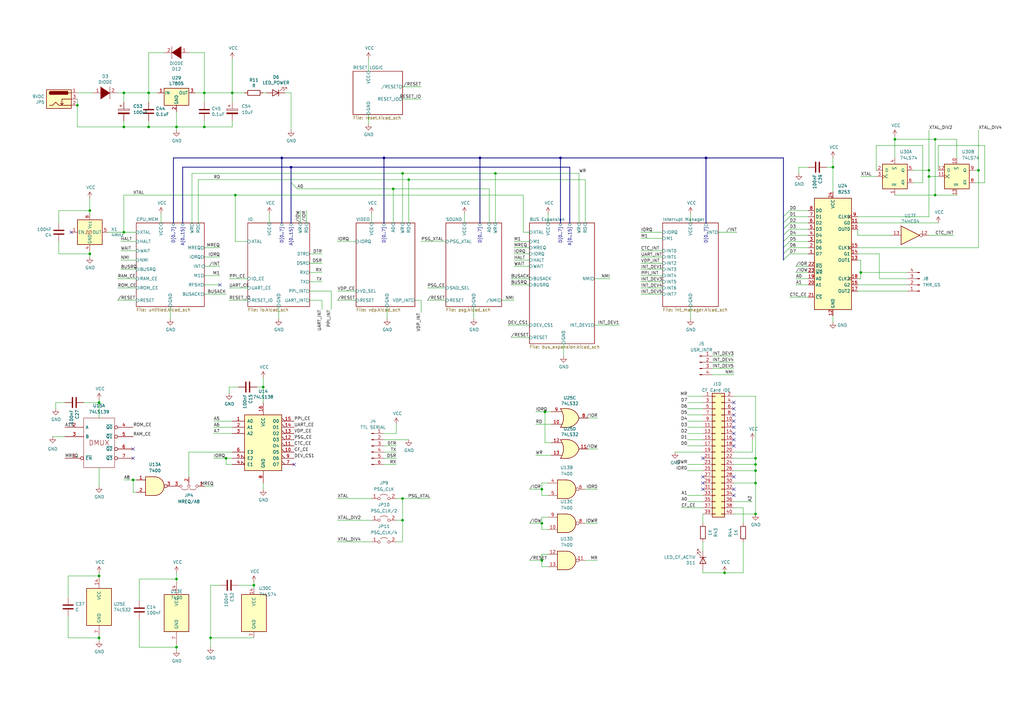
<source format=kicad_sch>
(kicad_sch (version 20211123) (generator eeschema)
  (paper "A3")
  (junction (at 309.88 198.12))
  (junction (at 309.88 193.04))
  (junction (at 367.03 57.15))
  (junction (at 223.52 168.91))
  (junction (at 165.1 213.36))
  (junction (at 60.96 52.07))
  (junction (at 381 69.85))
  (junction (at 83.82 52.07))
  (junction (at 383.54 57.15))
  (junction (at 161.29 77.47))
  (junction (at 86.36 261.62))
  (junction (at 229.87 64.77))
  (junction (at 83.82 38.1))
  (junction (at 40.64 236.22))
  (junction (at 297.18 234.95))
  (junction (at 95.25 38.1))
  (junction (at 36.83 104.14))
  (junction (at 54.61 196.85))
  (junction (at 341.63 68.58))
  (junction (at 60.96 38.1))
  (junction (at 72.39 52.07))
  (junction (at 165.1 71.12))
  (junction (at 107.95 158.75))
  (junction (at 50.8 38.1))
  (junction (at 203.2 71.12))
  (junction (at 115.57 64.77))
  (junction (at 383.54 80.01))
  (junction (at 119.38 68.58))
  (junction (at 222.25 200.66))
  (junction (at 31.75 43.18))
  (junction (at 401.32 69.85))
  (junction (at 36.83 86.36))
  (junction (at 72.39 237.49))
  (junction (at 40.64 165.1))
  (junction (at 196.85 64.77))
  (junction (at 72.39 265.43))
  (junction (at 50.8 52.07))
  (junction (at 309.88 187.96))
  (junction (at 381 72.39))
  (junction (at 104.14 240.03))
  (junction (at 309.88 190.5))
  (junction (at 222.25 214.63))
  (junction (at 289.56 64.77))
  (junction (at 222.25 229.87))
  (junction (at 92.71 187.96))
  (junction (at 167.64 73.66))
  (junction (at 353.06 111.76))
  (junction (at 50.8 95.25))
  (junction (at 157.48 64.77))
  (junction (at 165.1 204.47))
  (junction (at 309.88 210.82))
  (junction (at 96.52 80.01))
  (junction (at 40.64 261.62))
  (no_connect (at 288.29 198.12))
  (no_connect (at 300.99 177.8))
  (no_connect (at 120.65 190.5))
  (no_connect (at 300.99 170.18))
  (no_connect (at 288.29 187.96))
  (no_connect (at 300.99 165.1))
  (no_connect (at 300.99 195.58))
  (no_connect (at 300.99 172.72))
  (no_connect (at 54.61 184.15))
  (no_connect (at 54.61 187.96))
  (no_connect (at 90.17 116.84))
  (no_connect (at 300.99 182.88))
  (no_connect (at 300.99 180.34))
  (no_connect (at 288.29 195.58))
  (no_connect (at 300.99 200.66))
  (no_connect (at 300.99 175.26))
  (no_connect (at 300.99 167.64))
  (no_connect (at 288.29 200.66))
  (no_connect (at 300.99 203.2))
  (no_connect (at 29.21 95.25))
  (bus_entry (at 321.31 91.44) (size 2.54 -2.54))
  (bus_entry (at 321.31 93.98) (size 2.54 -2.54))
  (bus_entry (at 321.31 88.9) (size 2.54 -2.54))
  (bus_entry (at 321.31 101.6) (size 2.54 -2.54))
  (bus_entry (at 321.31 99.06) (size 2.54 -2.54))
  (bus_entry (at 321.31 96.52) (size 2.54 -2.54))
  (bus_entry (at 321.31 106.68) (size 2.54 -2.54))
  (bus_entry (at 321.31 104.14) (size 2.54 -2.54))
  (bus_entry (at 119.38 74.93) (size 2.54 2.54))
  (wire (pts (xy 326.39 116.84) (xy 331.47 116.84)))
  (wire (pts (xy 138.43 204.47) (xy 152.4 204.47)))
  (wire (pts (xy 190.5 87.63) (xy 190.5 91.44)))
  (bus (pts (xy 196.85 64.77) (xy 157.48 64.77)))
  (wire (pts (xy 92.71 187.96) (xy 95.25 187.96)))
  (wire (pts (xy 351.79 88.9) (xy 381 88.9)))
  (wire (pts (xy 367.03 80.01) (xy 383.54 80.01)))
  (wire (pts (xy 40.64 261.62) (xy 27.94 261.62)))
  (wire (pts (xy 262.89 105.41) (xy 271.78 105.41)))
  (wire (pts (xy 77.47 185.42) (xy 77.47 195.58)))
  (wire (pts (xy 50.8 38.1) (xy 50.8 41.91)))
  (wire (pts (xy 403.86 74.93) (xy 403.86 59.69)))
  (wire (pts (xy 60.96 52.07) (xy 72.39 52.07)))
  (wire (pts (xy 288.29 185.42) (xy 276.86 185.42)))
  (bus (pts (xy 321.31 93.98) (xy 321.31 96.52)))
  (wire (pts (xy 288.29 177.8) (xy 281.94 177.8)))
  (wire (pts (xy 243.84 133.35) (xy 254 133.35)))
  (wire (pts (xy 165.1 71.12) (xy 165.1 91.44)))
  (wire (pts (xy 24.13 86.36) (xy 24.13 91.44)))
  (wire (pts (xy 162.56 187.96) (xy 157.48 187.96)))
  (wire (pts (xy 93.98 114.3) (xy 101.6 114.3)))
  (wire (pts (xy 95.25 190.5) (xy 92.71 190.5)))
  (wire (pts (xy 132.08 123.19) (xy 132.08 127)))
  (wire (pts (xy 27.94 261.62) (xy 27.94 252.73)))
  (wire (pts (xy 93.98 158.75) (xy 97.79 158.75)))
  (wire (pts (xy 222.25 214.63) (xy 222.25 217.17)))
  (wire (pts (xy 27.94 245.11) (xy 27.94 236.22)))
  (wire (pts (xy 95.25 185.42) (xy 77.47 185.42)))
  (wire (pts (xy 36.83 86.36) (xy 36.83 87.63)))
  (wire (pts (xy 127 119.38) (xy 135.89 119.38)))
  (wire (pts (xy 22.86 167.64) (xy 22.86 165.1)))
  (wire (pts (xy 262.89 118.11) (xy 271.78 118.11)))
  (wire (pts (xy 60.96 49.53) (xy 60.96 52.07)))
  (wire (pts (xy 60.96 38.1) (xy 64.77 38.1)))
  (wire (pts (xy 200.66 77.47) (xy 200.66 91.44)))
  (wire (pts (xy 31.75 38.1) (xy 38.1 38.1)))
  (wire (pts (xy 351.79 93.98) (xy 351.79 96.52)))
  (wire (pts (xy 165.1 40.64) (xy 172.72 40.64)))
  (wire (pts (xy 135.89 119.38) (xy 135.89 127)))
  (wire (pts (xy 300.99 148.59) (xy 292.1 148.59)))
  (wire (pts (xy 309.88 162.56) (xy 300.99 162.56)))
  (wire (pts (xy 49.53 102.87) (xy 55.88 102.87)))
  (wire (pts (xy 288.29 205.74) (xy 281.94 205.74)))
  (wire (pts (xy 40.64 165.1) (xy 40.64 171.45)))
  (wire (pts (xy 119.38 38.1) (xy 116.84 38.1)))
  (wire (pts (xy 95.25 38.1) (xy 100.33 38.1)))
  (wire (pts (xy 351.79 96.52) (xy 365.76 96.52)))
  (wire (pts (xy 223.52 181.61) (xy 226.06 181.61)))
  (wire (pts (xy 125.73 86.36) (xy 125.73 91.44)))
  (wire (pts (xy 49.53 110.49) (xy 55.88 110.49)))
  (wire (pts (xy 87.63 177.8) (xy 95.25 177.8)))
  (wire (pts (xy 341.63 64.77) (xy 341.63 68.58)))
  (wire (pts (xy 401.32 69.85) (xy 401.32 101.6)))
  (wire (pts (xy 326.39 114.3) (xy 331.47 114.3)))
  (wire (pts (xy 162.56 204.47) (xy 165.1 204.47)))
  (wire (pts (xy 107.95 158.75) (xy 107.95 165.1)))
  (wire (pts (xy 83.82 120.65) (xy 92.71 120.65)))
  (wire (pts (xy 401.32 53.34) (xy 401.32 69.85)))
  (wire (pts (xy 95.25 24.13) (xy 95.25 38.1)))
  (wire (pts (xy 72.39 237.49) (xy 72.39 238.76)))
  (wire (pts (xy 36.83 104.14) (xy 36.83 105.41)))
  (bus (pts (xy 289.56 64.77) (xy 289.56 91.44)))
  (wire (pts (xy 339.09 68.58) (xy 341.63 68.58)))
  (wire (pts (xy 351.79 104.14) (xy 360.68 104.14)))
  (wire (pts (xy 381 69.85) (xy 381 72.39)))
  (bus (pts (xy 321.31 101.6) (xy 321.31 104.14)))
  (wire (pts (xy 300.99 153.67) (xy 292.1 153.67)))
  (wire (pts (xy 262.89 110.49) (xy 271.78 110.49)))
  (wire (pts (xy 152.4 87.63) (xy 152.4 91.44)))
  (bus (pts (xy 115.57 64.77) (xy 115.57 91.44)))
  (wire (pts (xy 57.15 265.43) (xy 72.39 265.43)))
  (wire (pts (xy 219.71 168.91) (xy 223.52 168.91)))
  (wire (pts (xy 57.15 254) (xy 57.15 265.43)))
  (wire (pts (xy 217.17 99.06) (xy 210.82 99.06)))
  (wire (pts (xy 288.29 214.63) (xy 288.29 210.82)))
  (bus (pts (xy 115.57 64.77) (xy 71.12 64.77)))
  (wire (pts (xy 240.03 200.66) (xy 245.11 200.66)))
  (wire (pts (xy 400.05 74.93) (xy 403.86 74.93)))
  (wire (pts (xy 40.64 163.83) (xy 40.64 165.1)))
  (wire (pts (xy 167.64 73.66) (xy 240.03 73.66)))
  (wire (pts (xy 105.41 158.75) (xy 107.95 158.75)))
  (wire (pts (xy 223.52 168.91) (xy 226.06 168.91)))
  (wire (pts (xy 31.75 43.18) (xy 31.75 52.07)))
  (wire (pts (xy 162.56 213.36) (xy 165.1 213.36)))
  (wire (pts (xy 96.52 99.06) (xy 101.6 99.06)))
  (bus (pts (xy 321.31 88.9) (xy 321.31 64.77)))
  (wire (pts (xy 127 104.14) (xy 132.08 104.14)))
  (wire (pts (xy 288.29 167.64) (xy 281.94 167.64)))
  (bus (pts (xy 196.85 91.44) (xy 196.85 64.77)))
  (wire (pts (xy 83.82 41.91) (xy 83.82 38.1)))
  (wire (pts (xy 243.84 114.3) (xy 250.19 114.3)))
  (bus (pts (xy 321.31 91.44) (xy 321.31 93.98)))
  (bus (pts (xy 119.38 68.58) (xy 233.68 68.58)))
  (wire (pts (xy 175.26 118.11) (xy 182.88 118.11)))
  (wire (pts (xy 392.43 57.15) (xy 392.43 64.77)))
  (wire (pts (xy 50.8 38.1) (xy 48.26 38.1)))
  (wire (pts (xy 34.29 165.1) (xy 40.64 165.1)))
  (wire (pts (xy 54.61 196.85) (xy 54.61 201.93)))
  (wire (pts (xy 351.79 91.44) (xy 384.81 91.44)))
  (wire (pts (xy 138.43 99.06) (xy 146.05 99.06)))
  (wire (pts (xy 222.25 198.12) (xy 222.25 200.66)))
  (wire (pts (xy 172.72 123.19) (xy 172.72 128.27)))
  (wire (pts (xy 97.79 240.03) (xy 104.14 240.03)))
  (wire (pts (xy 83.82 199.39) (xy 87.63 199.39)))
  (wire (pts (xy 240.03 229.87) (xy 245.11 229.87)))
  (wire (pts (xy 222.25 203.2) (xy 224.79 203.2)))
  (wire (pts (xy 24.13 104.14) (xy 36.83 104.14)))
  (wire (pts (xy 241.3 171.45) (xy 245.11 171.45)))
  (bus (pts (xy 74.93 68.58) (xy 119.38 68.58)))
  (wire (pts (xy 300.99 185.42) (xy 308.61 185.42)))
  (wire (pts (xy 262.89 102.87) (xy 271.78 102.87)))
  (wire (pts (xy 283.21 125.73) (xy 283.21 130.81)))
  (wire (pts (xy 217.17 101.6) (xy 210.82 101.6)))
  (wire (pts (xy 72.39 266.7) (xy 72.39 265.43)))
  (wire (pts (xy 224.79 198.12) (xy 222.25 198.12)))
  (wire (pts (xy 162.56 182.88) (xy 157.48 182.88)))
  (wire (pts (xy 327.66 68.58) (xy 327.66 71.12)))
  (wire (pts (xy 300.99 151.13) (xy 292.1 151.13)))
  (wire (pts (xy 93.98 123.19) (xy 101.6 123.19)))
  (wire (pts (xy 50.8 196.85) (xy 54.61 196.85)))
  (wire (pts (xy 127 115.57) (xy 132.08 115.57)))
  (wire (pts (xy 95.25 41.91) (xy 95.25 38.1)))
  (wire (pts (xy 114.3 125.73) (xy 114.3 130.81)))
  (wire (pts (xy 223.52 168.91) (xy 223.52 181.61)))
  (wire (pts (xy 323.85 101.6) (xy 331.47 101.6)))
  (wire (pts (xy 24.13 86.36) (xy 36.83 86.36)))
  (wire (pts (xy 381 88.9) (xy 381 72.39)))
  (wire (pts (xy 83.82 101.6) (xy 90.17 101.6)))
  (wire (pts (xy 240.03 214.63) (xy 245.11 214.63)))
  (wire (pts (xy 351.79 106.68) (xy 353.06 106.68)))
  (wire (pts (xy 351.79 101.6) (xy 401.32 101.6)))
  (wire (pts (xy 48.26 123.19) (xy 55.88 123.19)))
  (wire (pts (xy 367.03 57.15) (xy 383.54 57.15)))
  (wire (pts (xy 162.56 185.42) (xy 157.48 185.42)))
  (wire (pts (xy 323.85 93.98) (xy 331.47 93.98)))
  (wire (pts (xy 162.56 190.5) (xy 157.48 190.5)))
  (wire (pts (xy 161.29 77.47) (xy 200.66 77.47)))
  (wire (pts (xy 123.19 86.36) (xy 123.19 91.44)))
  (wire (pts (xy 262.89 115.57) (xy 271.78 115.57)))
  (wire (pts (xy 50.8 95.25) (xy 55.88 95.25)))
  (wire (pts (xy 309.88 193.04) (xy 309.88 190.5)))
  (wire (pts (xy 165.1 222.25) (xy 162.56 222.25)))
  (wire (pts (xy 367.03 55.88) (xy 367.03 57.15)))
  (wire (pts (xy 262.89 120.65) (xy 271.78 120.65)))
  (wire (pts (xy 77.47 21.59) (xy 83.82 21.59)))
  (wire (pts (xy 309.88 187.96) (xy 309.88 162.56)))
  (wire (pts (xy 294.64 95.25) (xy 302.26 95.25)))
  (wire (pts (xy 40.64 262.89) (xy 40.64 261.62)))
  (wire (pts (xy 262.89 97.79) (xy 271.78 97.79)))
  (wire (pts (xy 326.39 109.22) (xy 331.47 109.22)))
  (wire (pts (xy 288.29 170.18) (xy 281.94 170.18)))
  (wire (pts (xy 165.1 35.56) (xy 172.72 35.56)))
  (wire (pts (xy 203.2 71.12) (xy 237.49 71.12)))
  (wire (pts (xy 288.29 193.04) (xy 281.94 193.04)))
  (wire (pts (xy 341.63 132.08) (xy 341.63 129.54)))
  (wire (pts (xy 107.95 154.94) (xy 107.95 158.75)))
  (wire (pts (xy 104.14 238.76) (xy 104.14 240.03)))
  (wire (pts (xy 48.26 114.3) (xy 55.88 114.3)))
  (wire (pts (xy 96.52 80.01) (xy 214.63 80.01)))
  (wire (pts (xy 86.36 240.03) (xy 90.17 240.03)))
  (wire (pts (xy 383.54 57.15) (xy 392.43 57.15)))
  (wire (pts (xy 83.82 21.59) (xy 83.82 38.1)))
  (wire (pts (xy 54.61 196.85) (xy 55.88 196.85)))
  (wire (pts (xy 383.54 80.01) (xy 392.43 80.01)))
  (wire (pts (xy 297.18 234.95) (xy 304.8 234.95)))
  (wire (pts (xy 222.25 217.17) (xy 224.79 217.17)))
  (wire (pts (xy 138.43 222.25) (xy 152.4 222.25)))
  (wire (pts (xy 138.43 213.36) (xy 152.4 213.36)))
  (wire (pts (xy 214.63 80.01) (xy 214.63 95.25)))
  (wire (pts (xy 378.46 59.69) (xy 378.46 74.93)))
  (wire (pts (xy 351.79 119.38) (xy 372.11 119.38)))
  (wire (pts (xy 83.82 38.1) (xy 95.25 38.1)))
  (wire (pts (xy 96.52 80.01) (xy 96.52 99.06)))
  (wire (pts (xy 36.83 86.36) (xy 36.83 81.28)))
  (wire (pts (xy 36.83 102.87) (xy 36.83 104.14)))
  (bus (pts (xy 157.48 91.44) (xy 157.48 64.77)))
  (wire (pts (xy 209.55 116.84) (xy 217.17 116.84)))
  (wire (pts (xy 351.79 116.84) (xy 372.11 116.84)))
  (wire (pts (xy 203.2 71.12) (xy 203.2 91.44)))
  (wire (pts (xy 381 72.39) (xy 384.81 72.39)))
  (wire (pts (xy 31.75 52.07) (xy 50.8 52.07)))
  (wire (pts (xy 353.06 111.76) (xy 372.11 111.76)))
  (wire (pts (xy 304.8 208.28) (xy 304.8 214.63)))
  (wire (pts (xy 54.61 201.93) (xy 55.88 201.93)))
  (wire (pts (xy 138.43 119.38) (xy 146.05 119.38)))
  (wire (pts (xy 95.25 49.53) (xy 95.25 52.07)))
  (wire (pts (xy 224.79 87.63) (xy 224.79 91.44)))
  (wire (pts (xy 224.79 212.09) (xy 222.25 212.09)))
  (wire (pts (xy 403.86 59.69) (xy 384.81 59.69)))
  (wire (pts (xy 224.79 227.33) (xy 222.25 227.33)))
  (wire (pts (xy 60.96 38.1) (xy 50.8 38.1)))
  (wire (pts (xy 49.53 106.68) (xy 55.88 106.68)))
  (wire (pts (xy 50.8 49.53) (xy 50.8 52.07)))
  (wire (pts (xy 341.63 68.58) (xy 341.63 78.74)))
  (wire (pts (xy 210.82 104.14) (xy 217.17 104.14)))
  (wire (pts (xy 288.29 203.2) (xy 281.94 203.2)))
  (wire (pts (xy 81.28 73.66) (xy 81.28 91.44)))
  (wire (pts (xy 288.29 172.72) (xy 281.94 172.72)))
  (wire (pts (xy 300.99 210.82) (xy 309.88 210.82)))
  (wire (pts (xy 48.26 118.11) (xy 55.88 118.11)))
  (wire (pts (xy 31.75 40.64) (xy 31.75 43.18)))
  (wire (pts (xy 110.49 87.63) (xy 110.49 91.44)))
  (wire (pts (xy 157.48 180.34) (xy 167.64 180.34)))
  (wire (pts (xy 24.13 99.06) (xy 24.13 104.14)))
  (wire (pts (xy 300.99 205.74) (xy 308.61 205.74)))
  (wire (pts (xy 209.55 114.3) (xy 217.17 114.3)))
  (wire (pts (xy 240.03 73.66) (xy 240.03 91.44)))
  (wire (pts (xy 72.39 52.07) (xy 72.39 53.34)))
  (wire (pts (xy 44.45 95.25) (xy 50.8 95.25)))
  (wire (pts (xy 57.15 237.49) (xy 72.39 237.49)))
  (wire (pts (xy 50.8 52.07) (xy 60.96 52.07)))
  (wire (pts (xy 391.16 96.52) (xy 381 96.52)))
  (wire (pts (xy 359.41 59.69) (xy 378.46 59.69)))
  (wire (pts (xy 107.95 38.1) (xy 109.22 38.1)))
  (wire (pts (xy 172.72 99.06) (xy 182.88 99.06)))
  (wire (pts (xy 93.98 118.11) (xy 101.6 118.11)))
  (wire (pts (xy 87.63 172.72) (xy 95.25 172.72)))
  (wire (pts (xy 222.25 227.33) (xy 222.25 229.87)))
  (wire (pts (xy 40.64 236.22) (xy 40.64 234.95)))
  (wire (pts (xy 66.04 87.63) (xy 66.04 91.44)))
  (wire (pts (xy 288.29 208.28) (xy 279.4 208.28)))
  (wire (pts (xy 50.8 80.01) (xy 50.8 95.25)))
  (wire (pts (xy 300.99 198.12) (xy 309.88 198.12)))
  (wire (pts (xy 72.39 265.43) (xy 72.39 264.16)))
  (wire (pts (xy 165.1 204.47) (xy 165.1 213.36)))
  (wire (pts (xy 288.29 234.95) (xy 297.18 234.95)))
  (wire (pts (xy 49.53 99.06) (xy 55.88 99.06)))
  (bus (pts (xy 119.38 74.93) (xy 119.38 91.44)))
  (wire (pts (xy 167.64 73.66) (xy 167.64 91.44)))
  (wire (pts (xy 170.18 123.19) (xy 172.72 123.19)))
  (wire (pts (xy 87.63 175.26) (xy 95.25 175.26)))
  (bus (pts (xy 321.31 88.9) (xy 321.31 91.44)))
  (wire (pts (xy 95.25 52.07) (xy 83.82 52.07)))
  (bus (pts (xy 321.31 96.52) (xy 321.31 99.06)))
  (wire (pts (xy 138.43 123.19) (xy 146.05 123.19)))
  (wire (pts (xy 210.82 106.68) (xy 217.17 106.68)))
  (bus (pts (xy 289.56 64.77) (xy 321.31 64.77)))
  (wire (pts (xy 288.29 162.56) (xy 281.94 162.56)))
  (wire (pts (xy 353.06 106.68) (xy 353.06 111.76)))
  (wire (pts (xy 127 107.95) (xy 132.08 107.95)))
  (wire (pts (xy 72.39 234.95) (xy 72.39 237.49)))
  (wire (pts (xy 60.96 41.91) (xy 60.96 38.1)))
  (wire (pts (xy 60.96 21.59) (xy 60.96 38.1)))
  (wire (pts (xy 300.99 208.28) (xy 304.8 208.28)))
  (wire (pts (xy 151.13 46.99) (xy 151.13 50.8)))
  (wire (pts (xy 353.06 114.3) (xy 351.79 114.3)))
  (wire (pts (xy 69.85 125.73) (xy 69.85 130.81)))
  (wire (pts (xy 300.99 193.04) (xy 309.88 193.04)))
  (wire (pts (xy 205.74 123.19) (xy 210.82 123.19)))
  (wire (pts (xy 283.21 87.63) (xy 283.21 91.44)))
  (wire (pts (xy 323.85 91.44) (xy 331.47 91.44)))
  (wire (pts (xy 165.1 71.12) (xy 203.2 71.12)))
  (wire (pts (xy 359.41 69.85) (xy 359.41 59.69)))
  (wire (pts (xy 288.29 233.68) (xy 288.29 234.95)))
  (wire (pts (xy 323.85 99.06) (xy 331.47 99.06)))
  (bus (pts (xy 321.31 99.06) (xy 321.31 101.6)))
  (wire (pts (xy 217.17 200.66) (xy 222.25 200.66)))
  (wire (pts (xy 72.39 45.72) (xy 72.39 52.07)))
  (wire (pts (xy 80.01 38.1) (xy 83.82 38.1)))
  (wire (pts (xy 107.95 198.12) (xy 107.95 200.66)))
  (bus (pts (xy 233.68 68.58) (xy 233.68 91.44)))
  (wire (pts (xy 383.54 57.15) (xy 383.54 80.01)))
  (wire (pts (xy 300.99 187.96) (xy 309.88 187.96)))
  (wire (pts (xy 127 123.19) (xy 132.08 123.19)))
  (wire (pts (xy 323.85 121.92) (xy 331.47 121.92)))
  (wire (pts (xy 300.99 190.5) (xy 309.88 190.5)))
  (wire (pts (xy 308.61 185.42) (xy 308.61 180.34)))
  (wire (pts (xy 83.82 116.84) (xy 90.17 116.84)))
  (bus (pts (xy 157.48 64.77) (xy 115.57 64.77)))
  (wire (pts (xy 262.89 113.03) (xy 271.78 113.03)))
  (wire (pts (xy 378.46 74.93) (xy 374.65 74.93)))
  (wire (pts (xy 288.29 190.5) (xy 281.94 190.5)))
  (wire (pts (xy 78.74 71.12) (xy 165.1 71.12)))
  (wire (pts (xy 353.06 111.76) (xy 353.06 114.3)))
  (wire (pts (xy 158.75 125.73) (xy 158.75 130.81)))
  (wire (pts (xy 226.06 186.69) (xy 219.71 186.69)))
  (wire (pts (xy 165.1 213.36) (xy 165.1 222.25)))
  (wire (pts (xy 127 111.76) (xy 132.08 111.76)))
  (wire (pts (xy 288.29 165.1) (xy 281.94 165.1)))
  (bus (pts (xy 119.38 68.58) (xy 119.38 74.93)))
  (bus (pts (xy 229.87 64.77) (xy 229.87 91.44)))
  (wire (pts (xy 40.64 191.77) (xy 40.64 199.39)))
  (wire (pts (xy 300.99 146.05) (xy 292.1 146.05)))
  (wire (pts (xy 208.28 133.35) (xy 217.17 133.35)))
  (wire (pts (xy 121.92 77.47) (xy 161.29 77.47)))
  (wire (pts (xy 360.68 104.14) (xy 360.68 114.3)))
  (wire (pts (xy 288.29 175.26) (xy 281.94 175.26)))
  (wire (pts (xy 81.28 73.66) (xy 167.64 73.66)))
  (wire (pts (xy 87.63 187.96) (xy 92.71 187.96)))
  (wire (pts (xy 323.85 86.36) (xy 331.47 86.36)))
  (wire (pts (xy 83.82 52.07) (xy 72.39 52.07)))
  (wire (pts (xy 222.25 232.41) (xy 224.79 232.41)))
  (wire (pts (xy 222.25 229.87) (xy 222.25 232.41)))
  (wire (pts (xy 288.29 180.34) (xy 281.94 180.34)))
  (wire (pts (xy 83.82 49.53) (xy 83.82 52.07)))
  (wire (pts (xy 327.66 68.58) (xy 331.47 68.58)))
  (wire (pts (xy 119.38 53.34) (xy 119.38 38.1)))
  (wire (pts (xy 151.13 24.13) (xy 151.13 29.21)))
  (bus (pts (xy 74.93 91.44) (xy 74.93 68.58)))
  (wire (pts (xy 326.39 111.76) (xy 331.47 111.76)))
  (wire (pts (xy 222.25 212.09) (xy 222.25 214.63)))
  (wire (pts (xy 161.29 77.47) (xy 161.29 91.44)))
  (wire (pts (xy 78.74 91.44) (xy 78.74 71.12)))
  (wire (pts (xy 381 53.34) (xy 381 69.85)))
  (wire (pts (xy 57.15 246.38) (xy 57.15 237.49)))
  (wire (pts (xy 304.8 234.95) (xy 304.8 222.25)))
  (wire (pts (xy 83.82 105.41) (xy 90.17 105.41)))
  (wire (pts (xy 175.26 123.19) (xy 182.88 123.19)))
  (wire (pts (xy 323.85 104.14) (xy 331.47 104.14)))
  (wire (pts (xy 309.88 210.82) (xy 309.88 198.12)))
  (wire (pts (xy 21.59 179.07) (xy 26.67 179.07)))
  (bus (pts (xy 71.12 64.77) (xy 71.12 91.44)))
  (wire (pts (xy 92.71 190.5) (xy 92.71 187.96)))
  (wire (pts (xy 374.65 69.85) (xy 381 69.85)))
  (wire (pts (xy 309.88 198.12) (xy 309.88 193.04)))
  (wire (pts (xy 86.36 261.62) (xy 86.36 265.43)))
  (wire (pts (xy 96.52 80.01) (xy 50.8 80.01)))
  (wire (pts (xy 323.85 88.9) (xy 331.47 88.9)))
  (wire (pts (xy 165.1 204.47) (xy 176.53 204.47)))
  (wire (pts (xy 86.36 261.62) (xy 104.14 261.62)))
  (wire (pts (xy 210.82 109.22) (xy 217.17 109.22)))
  (wire (pts (xy 262.89 107.95) (xy 271.78 107.95)))
  (wire (pts (xy 241.3 184.15) (xy 245.11 184.15)))
  (wire (pts (xy 384.81 59.69) (xy 384.81 69.85)))
  (wire (pts (xy 401.32 69.85) (xy 400.05 69.85)))
  (wire (pts (xy 194.31 125.73) (xy 194.31 130.81)))
  (wire (pts (xy 288.29 222.25) (xy 288.29 226.06)))
  (wire (pts (xy 288.29 182.88) (xy 281.94 182.88)))
  (wire (pts (xy 217.17 229.87) (xy 222.25 229.87)))
  (bus (pts (xy 196.85 64.77) (xy 229.87 64.77)))
  (wire (pts (xy 22.86 165.1) (xy 26.67 165.1)))
  (bus (pts (xy 321.31 104.14) (xy 321.31 106.68)))
  (wire (pts (xy 27.94 236.22) (xy 40.64 236.22)))
  (wire (pts (xy 162.56 173.99) (xy 162.56 177.8)))
  (wire (pts (xy 353.06 72.39) (xy 359.41 72.39)))
  (wire (pts (xy 367.03 57.15) (xy 367.03 64.77)))
  (wire (pts (xy 67.31 21.59) (xy 60.96 21.59)))
  (wire (pts (xy 217.17 214.63) (xy 222.25 214.63)))
  (wire (pts (xy 237.49 71.12) (xy 237.49 91.44)))
  (wire (pts (xy 214.63 95.25) (xy 217.17 95.25)))
  (bus (pts (xy 229.87 64.77) (xy 289.56 64.77)))
  (wire (pts (xy 222.25 200.66) (xy 222.25 203.2)))
  (wire (pts (xy 83.82 113.03) (xy 90.17 113.03)))
  (wire (pts (xy 360.68 114.3) (xy 372.11 114.3)))
  (wire (pts (xy 309.88 190.5) (xy 309.88 187.96)))
  (wire (pts (xy 93.98 161.29) (xy 93.98 158.75)))
  (wire (pts (xy 209.55 138.43) (xy 217.17 138.43)))
  (wire (pts (xy 219.71 173.99) (xy 226.06 173.99)))
  (wire (pts (xy 104.14 240.03) (xy 104.14 241.3)))
  (wire (pts (xy 86.36 240.03) (xy 86.36 261.62)))
  (wire (pts (xy 83.82 109.22) (xy 90.17 109.22)))
  (wire (pts (xy 157.48 177.8) (xy 162.56 177.8)))
  (wire (pts (xy 231.14 140.97) (xy 231.14 146.05)))
  (wire (pts (xy 262.89 95.25) (xy 271.78 95.25)))
  (wire (pts (xy 323.85 96.52) (xy 331.47 96.52)))
  (label "CF_CE" (at 279.4 208.28 0))
  (label "A0" (at 281.94 205.74 180))
  (label "{slash}RESET" (at 175.26 123.19 0))
  (label "MREQ" (at 87.63 199.39 180))
  (label "D3" (at 323.85 93.98 0))
  (label "HALT" (at 210.82 106.68 0))
  (label "RAM_CE" (at 48.26 114.3 0))
  (label "PSG_XTAL" (at 172.72 99.06 0))
  (label "NMI" (at 250.19 114.3 180))
  (label "INT_DEV4" (at 262.89 118.11 0))
  (label "IORD" (at 281.94 193.04 180))
  (label "A15" (at 26.67 175.26 0))
  (label "D4" (at 323.85 96.52 0))
  (label "M1" (at 262.89 97.79 0))
  (label "CTC_CE" (at 120.65 182.88 0))
  (label "INT_DEV4" (at 300.99 148.59 180))
  (label "WR" (at 237.49 71.12 0))
  (label "DEV_CS1" (at 120.65 187.96 0))
  (label "PSG_XTAL" (at 176.53 204.47 180))
  (label "HALT" (at 49.53 99.06 0))
  (label "A5" (at 87.63 172.72 0))
  (label "MR" (at 245.11 229.87 180))
  (label "{slash}IOR" (at 326.39 109.22 0))
  (label "D5" (at 281.94 170.18 180))
  (label "D4" (at 281.94 172.72 180))
  (label "XTAL" (at 54.61 80.01 0))
  (label "UART_CE" (at 93.98 118.11 0))
  (label "IORQ" (at 219.71 168.91 0))
  (label "MREQ" (at 210.82 101.6 0))
  (label "BUSACK" (at 209.55 114.3 0))
  (label "INT_DEV1" (at 254 133.35 180))
  (label "D1" (at 323.85 88.9 0))
  (label "PSG_CE" (at 175.26 118.11 0))
  (label "RD" (at 87.63 73.66 0))
  (label "UART_INT" (at 132.08 127 270))
  (label "WAIT" (at 210.82 109.22 0))
  (label "WR" (at 219.71 186.69 0))
  (label "IOWR" (at 245.11 214.63 180))
  (label "RX" (at 162.56 190.5 180))
  (label "XTAL" (at 353.06 72.39 0))
  (label "M1" (at 90.17 113.03 180))
  (label "IOWR" (at 281.94 190.5 180))
  (label "PSG_CE" (at 120.65 180.34 0))
  (label "INT_DEV3" (at 300.99 146.05 180))
  (label "{slash}RESET" (at 209.55 138.43 0))
  (label "{slash}IOR" (at 217.17 200.66 0))
  (label "WAIT" (at 49.53 102.87 0))
  (label "RD" (at 219.71 173.99 0))
  (label "D2" (at 323.85 91.44 0))
  (label "RESET_IO" (at 172.72 40.64 180))
  (label "A0" (at 326.39 114.3 0))
  (label "CTC_CE" (at 323.85 121.92 0))
  (label "A7" (at 87.63 177.8 0))
  (label "{slash}IOW" (at 217.17 214.63 0))
  (label "D3" (at 281.94 175.26 180))
  (label "{slash}RESET" (at 138.43 123.19 0))
  (label "XTAL_DIV4" (at 401.32 53.34 0))
  (label "BUSRQ" (at 49.53 110.49 0))
  (label "TX" (at 132.08 115.57 180))
  (label "XTAL_DIV2" (at 138.43 213.36 0))
  (label "MR" (at 281.94 162.56 180))
  (label "XTAL" (at 138.43 204.47 0))
  (label "D6" (at 281.94 167.64 180))
  (label "DSR" (at 132.08 107.95 180))
  (label "INT_DEV5" (at 262.89 120.65 0))
  (label "IORQ" (at 138.43 99.06 0))
  (label "{slash}IOW" (at 245.11 184.15 180))
  (label "MREQ" (at 26.67 187.96 0))
  (label "VDP_INT" (at 262.89 107.95 0))
  (label "ROM_CE" (at 48.26 118.11 0))
  (label "DTR" (at 132.08 104.14 180))
  (label "DSR" (at 162.56 187.96 180))
  (label "PPI_INT" (at 262.89 113.03 0))
  (label "A6" (at 87.63 175.26 0))
  (label "D7" (at 281.94 165.1 180))
  (label "{slash}RESET" (at 172.72 35.56 180))
  (label "D0" (at 281.94 182.88 180))
  (label "{slash}RESET" (at 217.17 229.87 0))
  (label "XTAL_DIV2" (at 381 53.34 0))
  (label "D1" (at 281.94 180.34 180))
  (label "TX" (at 162.56 185.42 180))
  (label "A0" (at 121.92 77.47 0))
  (label "PPI_INT" (at 135.89 127 270))
  (label "{slash}INT" (at 302.26 95.25 180))
  (label "D7" (at 323.85 104.14 0))
  (label "{slash}IOR" (at 125.73 86.36 270))
  (label "RX" (at 132.08 111.76 180))
  (label "RAM_CE" (at 54.61 179.07 0))
  (label "{slash}RESET" (at 48.26 123.19 0))
  (label "IORQ" (at 210.82 104.14 0))
  (label "A1" (at 281.94 203.2 180))
  (label "D5" (at 323.85 99.06 0))
  (label "RESET_IO" (at 93.98 123.19 0))
  (label "INT_DEV3" (at 262.89 115.57 0))
  (label "BUSRQ" (at 209.55 116.84 0))
  (label "A8" (at 50.8 196.85 0))
  (label "NMI" (at 49.53 106.68 0))
  (label "PPI_CE" (at 93.98 114.3 0))
  (label "D6" (at 323.85 101.6 0))
  (label "VDP_INT" (at 172.72 128.27 270))
  (label "VDP_CE" (at 138.43 119.38 0))
  (label "PPI_CE" (at 120.65 172.72 0))
  (label "NMI" (at 300.99 153.67 180))
  (label "IORQ" (at 90.17 105.41 180))
  (label "D0" (at 323.85 86.36 0))
  (label "{slash}IOW" (at 123.19 86.36 270))
  (label "{slash}INT" (at 90.17 109.22 180))
  (label "UART_CE" (at 120.65 175.26 0))
  (label "DEV_CS1" (at 208.28 133.35 0))
  (label "IORQ" (at 262.89 95.25 0))
  (label "VDP_CE" (at 120.65 177.8 0))
  (label "CF_CE" (at 120.65 185.42 0))
  (label "A1" (at 326.39 116.84 0))
  (label "{slash}IOR" (at 245.11 171.45 180))
  (label "MREQ" (at 90.17 101.6 180))
  (label "M1" (at 210.82 99.06 0))
  (label "INT_DEV5" (at 300.99 151.13 180))
  (label "A2" (at 308.61 205.74 90))
  (label "BUSACK" (at 92.71 120.65 180))
  (label "INT_DEV1" (at 262.89 110.49 0))
  (label "IORQ" (at 87.63 187.96 0))
  (label "UART_INT" (at 262.89 105.41 0))
  (label "NMI" (at 210.82 123.19 180))
  (label "IORD" (at 245.11 200.66 180))
  (label "{slash}IOW" (at 326.39 111.76 0))
  (label "XTAL_DIV4" (at 138.43 222.25 0))
  (label "ROM_CE" (at 54.61 175.26 0))
  (label "DTR" (at 162.56 182.88 180))
  (label "D2" (at 281.94 177.8 180))
  (label "CTC_INT" (at 391.16 96.52 180))
  (label "CTC_INT" (at 262.89 102.87 0))
  (symbol (lib_id "power:VCC") (at 40.64 163.83 0) (unit 1)
    (property "Reference" "#PWR09" (effects hide))
    (property "Value" "VCC" (at 41.0718 159.4358 0))
  )
  (symbol (lib_id "Device:LED") (at 288.29 229.87 270) (unit 1)
    (property "Reference" "D11" (at 285.3182 230.8606 90) (effects (justify right)))
    (property "Value" "LED_CF_ACTIV" (at 285.3182 228.5492 90) (effects (justify right)))
    (property "Footprint" "LED_THT:LED_D3.0mm" (effects hide))
  )
  (symbol (lib_id "power:VCC") (at 66.04 87.63 0) (unit 1)
    (property "Reference" "#PWR06" (effects hide))
    (property "Value" "VCC" (at 66.4718 83.2358 0))
  )
  (symbol (lib_id "power:GND") (at 283.21 130.81 0) (unit 1)
    (property "Reference" "#PWR04" (effects hide))
    (property "Value" "GND" (at 283.337 135.2042 0))
  )
  (symbol (lib_id "power:VCC") (at 224.79 87.63 0) (unit 1)
    (property "Reference" "#PWR018" (effects hide))
    (property "Value" "VCC" (at 225.2218 83.2358 0))
  )
  (symbol (lib_id "74xx:74LS74") (at 104.14 251.46 0) (unit 3)
    (property "Reference" "U30" (at 106.1594 241.3 0) (effects (justify left)))
    (property "Value" "74LS74" (at 106.1594 243.84 0) (effects (justify left)))
    (property "Footprint" "Package_DIP:DIP-14_W7.62mm_LongPads" (effects hide))
    (property "Datasheet" "74xx/74hc_hct74.pdf" (effects hide))
  )
  (symbol (lib_id "power:GND") (at 341.63 132.08 0) (unit 1)
    (property "Reference" "#PWR069" (effects hide))
    (property "Value" "GND" (at 345.44 133.35 0))
  )
  (symbol (lib_id "power:GND") (at 114.3 130.81 0) (unit 1)
    (property "Reference" "#PWR011" (effects hide))
    (property "Value" "GND" (at 114.427 135.2042 0))
  )
  (symbol (lib_id "power:VCC") (at 341.63 64.77 0) (unit 1)
    (property "Reference" "#PWR060" (effects hide))
    (property "Value" "VCC" (at 342.0618 60.3758 0))
  )
  (symbol (lib_id "power:VCC") (at 162.56 173.99 0) (unit 1)
    (property "Reference" "#PWR020" (effects hide))
    (property "Value" "VCC" (at 162.9918 169.5958 0))
  )
  (symbol (lib_id "power:GND") (at 86.36 265.43 0) (unit 1)
    (property "Reference" "#PWR061" (effects hide))
    (property "Value" "GND" (at 86.487 269.8242 0))
  )
  (symbol (lib_id "power:VCC") (at 283.21 87.63 0) (unit 1)
    (property "Reference" "#PWR03" (effects hide))
    (property "Value" "VCC" (at 283.6418 83.2358 0))
  )
  (symbol (lib_id "power:GND") (at 69.85 130.81 0) (unit 1)
    (property "Reference" "#PWR07" (effects hide))
    (property "Value" "GND" (at 69.977 135.2042 0))
  )
  (symbol (lib_id "74xx:74LS32") (at 233.68 184.15 0) (unit 4)
    (property "Reference" "U25" (at 233.68 175.895 0))
    (property "Value" "74LS32" (at 233.68 178.2064 0))
    (property "Footprint" "Package_DIP:DIP-14_W7.62mm_LongPads" (effects hide))
    (property "Datasheet" "http://www.ti.com/lit/gpn/sn74LS32" (effects hide))
  )
  (symbol (lib_id "power:GND") (at 276.86 185.42 0) (unit 1)
    (property "Reference" "#PWR079" (effects hide))
    (property "Value" "GND" (at 276.987 189.8142 0))
  )
  (symbol (lib_id "power:VCC") (at 36.83 81.28 0) (unit 1)
    (property "Reference" "#PWR0114" (effects hide))
    (property "Value" "VCC" (at 37.2618 76.8858 0))
  )
  (symbol (lib_id "Connector:Conn_01x06_Male") (at 152.4 182.88 0) (unit 1)
    (property "Reference" "J4" (at 153.035 172.72 0))
    (property "Value" "TTL SERIAL" (at 153.035 175.26 0))
    (property "Footprint" "Connector_PinHeader_2.54mm:PinHeader_1x06_P2.54mm_Vertical" (effects hide))
  )
  (symbol (lib_id "74xx_IEEE:74LS139") (at 40.64 181.61 0) (unit 1)
    (property "Reference" "U15" (at 40.64 166.37 0))
    (property "Value" "74LS139" (at 40.64 168.91 0))
    (property "Footprint" "Package_DIP:DIP-16_W7.62mm_Socket" (effects hide))
    (property "Datasheet" "http://www.ti.com/lit/ds/symlink/sn74ls139a.pdf" (effects hide))
  )
  (symbol (lib_id "Device:C") (at 335.28 68.58 270) (unit 1)
    (property "Reference" "C39" (at 336.4484 71.501 0) (effects (justify left)))
    (property "Value" "100nF" (at 334.137 71.501 0) (effects (justify left)))
    (property "Footprint" "Capacitor_THT:C_Disc_D7.0mm_W2.5mm_P5.00mm" (effects hide))
  )
  (symbol (lib_id "power:VCC") (at 72.39 234.95 0) (unit 1)
    (property "Reference" "#PWR08" (effects hide))
    (property "Value" "VCC" (at 72.8218 230.5558 0))
  )
  (symbol (lib_id "Jumper:Jumper_3_Open") (at 77.47 199.39 180) (unit 1)
    (property "Reference" "JP4" (at 77.47 203.2 0))
    (property "Value" "MREQ/A8" (at 77.47 205.74 0))
    (property "Footprint" "Connector_PinHeader_2.54mm:PinHeader_1x03_P2.54mm_Vertical" (effects hide))
  )
  (symbol (lib_id "power:VCC") (at 367.03 55.88 0) (unit 1)
    (property "Reference" "#PWR070" (effects hide))
    (property "Value" "VCC" (at 367.4618 51.4858 0))
  )
  (symbol (lib_id "74xx:74LS74") (at 392.43 72.39 0) (unit 2)
    (property "Reference" "U30" (at 394.4494 62.23 0) (effects (justify left)))
    (property "Value" "74LS74" (at 394.4494 64.77 0) (effects (justify left)))
    (property "Footprint" "Package_DIP:DIP-14_W7.62mm_LongPads" (effects hide))
    (property "Datasheet" "74xx/74hc_hct74.pdf" (effects hide))
  )
  (symbol (lib_id "power:GND") (at 72.39 266.7 0) (unit 1)
    (property "Reference" "#PWR077" (effects hide))
    (property "Value" "GND" (at 72.517 271.0942 0))
  )
  (symbol (lib_id "74xx:7400") (at 232.41 229.87 0) (unit 4)
    (property "Reference" "U13" (at 232.41 220.98 0))
    (property "Value" "7400" (at 232.41 223.52 0))
    (property "Footprint" "Package_DIP:DIP-14_W7.62mm_LongPads" (effects hide))
    (property "Datasheet" "http://www.ti.com/lit/gpn/sn7400" (effects hide))
  )
  (symbol (lib_id "power:VCC") (at 110.49 87.63 0) (unit 1)
    (property "Reference" "#PWR010" (effects hide))
    (property "Value" "VCC" (at 110.9218 83.2358 0))
  )
  (symbol (lib_id "Device:C") (at 83.82 45.72 0) (unit 1)
    (property "Reference" "C45" (at 86.741 44.5516 0) (effects (justify left)))
    (property "Value" "0.1uF" (at 86.741 46.863 0) (effects (justify left)))
    (property "Footprint" "Capacitor_THT:C_Radial_D6.3mm_H5.0mm_P2.50mm" (effects hide))
  )
  (symbol (lib_id "power:VCC") (at 104.14 238.76 0) (unit 1)
    (property "Reference" "#PWR071" (effects hide))
    (property "Value" "VCC" (at 104.5718 234.3658 0))
  )
  (symbol (lib_id "Connector:Conn_01x04_Male") (at 287.02 148.59 0) (unit 1)
    (property "Reference" "J5" (at 287.655 140.97 0))
    (property "Value" "USR_INTR" (at 287.655 143.51 0))
    (property "Footprint" "Connector_PinHeader_2.54mm:PinHeader_1x04_P2.54mm_Vertical" (effects hide))
  )
  (symbol (lib_id "power:VCC") (at 40.64 234.95 0) (unit 1)
    (property "Reference" "#PWR054" (effects hide))
    (property "Value" "VCC" (at 41.0718 230.5558 0))
  )
  (symbol (lib_id "power:GND") (at 158.75 130.81 0) (unit 1)
    (property "Reference" "#PWR015" (effects hide))
    (property "Value" "GND" (at 158.877 135.2042 0))
  )
  (symbol (lib_id "Device:R") (at 104.14 38.1 90) (unit 1)
    (property "Reference" "R11" (at 104.14 32.8422 90))
    (property "Value" "R" (at 104.14 35.1536 90))
    (property "Footprint" "Resistor_THT:R_Axial_DIN0207_L6.3mm_D2.5mm_P10.16mm_Horizontal" (effects hide))
  )
  (symbol (lib_id "Device:C") (at 24.13 95.25 180) (unit 1)
    (property "Reference" "C4" (at 21.209 96.4184 0) (effects (justify left)))
    (property "Value" "100nF" (at 21.209 94.107 0) (effects (justify left)))
    (property "Footprint" "Capacitor_THT:C_Disc_D7.0mm_W2.5mm_P5.00mm" (effects hide))
  )
  (symbol (lib_id "Device:C_Polarized") (at 50.8 45.72 0) (unit 1)
    (property "Reference" "C53" (at 54.61 43.5609 0) (effects (justify left)))
    (property "Value" "100uF" (at 54.61 46.1009 0) (effects (justify left)))
    (property "Footprint" "Capacitor_THT:CP_Radial_D8.0mm_P3.80mm" (effects hide))
  )
  (symbol (lib_id "Device:C") (at 30.48 165.1 270) (unit 1)
    (property "Reference" "C27" (at 31.6484 168.021 0) (effects (justify left)))
    (property "Value" "100nF" (at 29.337 168.021 0) (effects (justify left)))
    (property "Footprint" "Capacitor_THT:C_Disc_D7.0mm_W2.5mm_P5.00mm" (effects hide))
  )
  (symbol (lib_id "power:GND") (at 167.64 180.34 0) (unit 1)
    (property "Reference" "#PWR021" (effects hide))
    (property "Value" "GND" (at 167.767 184.7342 0))
  )
  (symbol (lib_id "power:GND") (at 93.98 161.29 0) (unit 1)
    (property "Reference" "#PWR012" (effects hide))
    (property "Value" "GND" (at 94.107 165.6842 0))
  )
  (symbol (lib_id "74xx:74LS138") (at 107.95 180.34 0) (unit 1)
    (property "Reference" "U14" (at 107.95 160.5026 0))
    (property "Value" "74LS138" (at 107.95 162.814 0))
    (property "Footprint" "Package_DIP:DIP-16_W7.62mm_LongPads" (effects hide))
    (property "Datasheet" "http://www.ti.com/lit/gpn/sn74LS138" (effects hide))
  )
  (symbol (lib_id "power:GND") (at 36.83 105.41 0) (unit 1)
    (property "Reference" "#PWR0115" (effects hide))
    (property "Value" "GND" (at 36.957 109.8042 0))
  )
  (symbol (lib_id "74xx:74HC04") (at 373.38 96.52 0) (unit 6)
    (property "Reference" "U17" (at 373.38 88.4682 0))
    (property "Value" "74HC04" (at 373.38 90.7796 0))
    (property "Footprint" "Package_DIP:DIP-14_W7.62mm_Socket_LongPads" (effects hide))
    (property "Datasheet" "https://assets.nexperia.com/documents/data-sheet/74HC_HCT04.pdf" (effects hide))
  )
  (symbol (lib_id "power:GND") (at 194.31 130.81 0) (unit 1)
    (property "Reference" "#PWR017" (effects hide))
    (property "Value" "GND" (at 194.437 135.2042 0))
  )
  (symbol (lib_id "Device:C") (at 60.96 45.72 0) (unit 1)
    (property "Reference" "C44" (at 63.881 44.5516 0) (effects (justify left)))
    (property "Value" "0.1uF" (at 63.881 46.863 0) (effects (justify left)))
    (property "Footprint" "Capacitor_THT:C_Radial_D6.3mm_H5.0mm_P2.50mm" (effects hide))
  )
  (symbol (lib_id "Timer:8253") (at 341.63 104.14 0) (unit 1)
    (property "Reference" "U24" (at 343.6494 76.2 0) (effects (justify left)))
    (property "Value" "8253" (at 343.6494 78.74 0) (effects (justify left)))
    (property "Footprint" "Package_DIP:DIP-24_W15.24mm" (effects hide))
    (property "Datasheet" "http://www.cpcwiki.eu/imgs/e/e3/8253.pdf" (effects hide))
  )
  (symbol (lib_id "power:GND") (at 231.14 146.05 0) (unit 1)
    (property "Reference" "#PWR019" (effects hide))
    (property "Value" "GND" (at 231.267 150.4442 0))
  )
  (symbol (lib_id "Connector:Conn_01x04_Male") (at 377.19 116.84 180) (unit 1)
    (property "Reference" "J8" (at 378.46 114.2999 0) (effects (justify right)))
    (property "Value" "TMR_GS" (at 378.46 116.8399 0) (effects (justify right)))
    (property "Footprint" "Connector_PinHeader_2.54mm:PinHeader_1x04_P2.54mm_Vertical" (effects hide))
  )
  (symbol (lib_id "power:GND") (at 72.39 53.34 0) (unit 1)
    (property "Reference" "#PWR074" (effects hide))
    (property "Value" "GND" (at 72.517 57.7342 0))
  )
  (symbol (lib_id "power:VCC") (at 151.13 24.13 0) (unit 1)
    (property "Reference" "#PWR01" (effects hide))
    (property "Value" "VCC" (at 151.5618 19.7358 0))
  )
  (symbol (lib_id "Device:C") (at 57.15 250.19 0) (unit 1)
    (property "Reference" "C14" (at 60.071 249.0216 0) (effects (justify left)))
    (property "Value" "100nF" (at 60.071 251.333 0) (effects (justify left)))
    (property "Footprint" "Capacitor_THT:C_Disc_D7.0mm_W2.5mm_P5.00mm" (effects hide))
  )
  (symbol (lib_id "power:GND") (at 151.13 50.8 0) (unit 1)
    (property "Reference" "#PWR02" (effects hide))
    (property "Value" "GND" (at 151.257 55.1942 0))
  )
  (symbol (lib_id "Device:C") (at 27.94 248.92 180) (unit 1)
    (property "Reference" "C37" (at 30.861 247.7516 0) (effects (justify right)))
    (property "Value" "C" (at 30.861 250.063 0) (effects (justify right)))
    (property "Footprint" "Capacitor_THT:C_Disc_D7.0mm_W2.5mm_P5.00mm" (effects hide))
  )
  (symbol (lib_id "Device:C") (at 101.6 158.75 270) (unit 1)
    (property "Reference" "C15" (at 102.7684 161.671 0) (effects (justify left)))
    (property "Value" "100nF" (at 100.457 161.671 0) (effects (justify left)))
    (property "Footprint" "Capacitor_THT:C_Disc_D7.0mm_W2.5mm_P5.00mm" (effects hide))
  )
  (symbol (lib_id "Jumper:Jumper_2_Open") (at 157.48 204.47 0) (unit 1)
    (property "Reference" "JP9" (at 157.48 198.12 0))
    (property "Value" "PSG_CLK" (at 157.48 200.66 0))
    (property "Footprint" "Connector_PinHeader_2.54mm:PinHeader_1x02_P2.54mm_Vertical" (effects hide))
  )
  (symbol (lib_id "power:VCC") (at 190.5 87.63 0) (unit 1)
    (property "Reference" "#PWR016" (effects hide))
    (property "Value" "VCC" (at 190.9318 83.2358 0))
  )
  (symbol (lib_id "Device:C") (at 93.98 240.03 270) (unit 1)
    (property "Reference" "C52" (at 95.1484 242.951 0) (effects (justify left)))
    (property "Value" "100nF" (at 92.837 242.951 0) (effects (justify left)))
    (property "Footprint" "Capacitor_THT:C_Disc_D7.0mm_W2.5mm_P5.00mm" (effects hide))
  )
  (symbol (lib_id "pspice:DIODE") (at 72.39 21.59 180) (unit 1)
    (property "Reference" "D12" (at 72.39 28.321 0))
    (property "Value" "DIODE" (at 72.39 26.0096 0))
    (property "Footprint" "Diode_THT:D_A-405_P7.62mm_Horizontal" (effects hide))
  )
  (symbol (lib_id "74xx:7400") (at 63.5 199.39 0) (unit 1)
    (property "Reference" "U13" (at 63.5 190.5 0))
    (property "Value" "7400" (at 63.5 193.04 0))
    (property "Footprint" "Package_DIP:DIP-14_W7.62mm_LongPads" (effects hide))
    (property "Datasheet" "http://www.ti.com/lit/gpn/sn7400" (effects hide))
  )
  (symbol (lib_id "power:GND") (at 40.64 199.39 0) (unit 1)
    (property "Reference" "#PWR0104" (effects hide))
    (property "Value" "GND" (at 40.767 203.7842 0))
  )
  (symbol (lib_id "Device:C_Polarized") (at 95.25 45.72 0) (unit 1)
    (property "Reference" "C54" (at 99.06 43.5609 0) (effects (justify left)))
    (property "Value" "10uF" (at 99.06 46.1009 0) (effects (justify left)))
    (property "Footprint" "Capacitor_THT:CP_Radial_D8.0mm_P3.80mm" (effects hide))
  )
  (symbol (lib_id "74xx:74LS74") (at 367.03 72.39 0) (unit 1)
    (property "Reference" "U30" (at 369.0494 62.23 0) (effects (justify left)))
    (property "Value" "74LS74" (at 369.0494 64.77 0) (effects (justify left)))
    (property "Footprint" "Package_DIP:DIP-14_W7.62mm_LongPads" (effects hide))
    (property "Datasheet" "74xx/74hc_hct74.pdf" (effects hide))
  )
  (symbol (lib_id "Connector:Barrel_Jack_Switch") (at 24.13 40.64 0) (unit 1)
    (property "Reference" "JP5" (at 18.288 41.91 0) (effects (justify right)))
    (property "Value" "9VDC" (at 18.288 39.5986 0) (effects (justify right)))
    (property "Footprint" "Connector_BarrelJack:BarrelJack_Wuerth_6941xx301002" (effects hide))
  )
  (symbol (lib_id "power:GND") (at 107.95 200.66 0) (unit 1)
    (property "Reference" "#PWR0105" (effects hide))
    (property "Value" "GND" (at 108.077 205.0542 0))
  )
  (symbol (lib_id "74xx:74LS32") (at 40.64 248.92 0) (unit 5)
    (property "Reference" "U25" (at 46.482 247.7516 0) (effects (justify left)))
    (property "Value" "74LS32" (at 46.482 250.063 0) (effects (justify left)))
    (property "Footprint" "Package_DIP:DIP-14_W7.62mm_LongPads" (effects hide))
    (property "Datasheet" "http://www.ti.com/lit/gpn/sn74LS32" (effects hide))
  )
  (symbol (lib_id "power:VCC") (at 152.4 87.63 0) (unit 1)
    (property "Reference" "#PWR014" (effects hide))
    (property "Value" "VCC" (at 152.8318 83.2358 0))
  )
  (symbol (lib_id "Connector_Generic:Conn_02x20_Odd_Even") (at 293.37 185.42 0) (unit 1)
    (property "Reference" "J10" (at 295.91 157.48 0) (effects (justify right)))
    (property "Value" "CF Card IDE" (at 299.72 160.02 0) (effects (justify right)))
    (property "Footprint" "Connector_IDC:IDC-Header_2x20_P2.54mm_Vertical" (effects hide))
  )
  (symbol (lib_id "power:GND") (at 40.64 262.89 0) (unit 1)
    (property "Reference" "#PWR055" (effects hide))
    (property "Value" "GND" (at 40.767 267.2842 0))
  )
  (symbol (lib_id "Regulator_Linear:L7805") (at 72.39 38.1 0) (unit 1)
    (property "Reference" "U29" (at 72.39 31.9532 0))
    (property "Value" "L7805" (at 72.39 34.2646 0))
    (property "Footprint" "Package_TO_SOT_THT:TO-220-3_Horizontal_TabDown" (effects hide))
    (property "Datasheet" "http://www.st.com/content/ccc/resource/technical/document/datasheet/41/4f/b3/b0/12/d4/47/88/CD00000444.pdf/files/CD00000444.pdf/jcr:content/translations/en.CD00000444.pdf" (effects hide))
  )
  (symbol (lib_id "Device:LED") (at 113.03 38.1 180) (unit 1)
    (property "Reference" "D6" (at 113.2078 31.623 0))
    (property "Value" "LED_POWER" (at 113.2078 33.9344 0))
    (property "Footprint" "LED_THT:LED_D3.0mm" (effects hide))
  )
  (symbol (lib_id "Oscillator:CXO_DIP8") (at 36.83 95.25 0) (unit 1)
    (property "Reference" "X1" (at 45.5676 94.0816 0) (effects (justify left)))
    (property "Value" "4MHz" (at 45.5676 96.393 0) (effects (justify left)))
    (property "Footprint" "Oscillator:Oscillator_DIP-8" (effects hide))
    (property "Datasheet" "http://cdn-reichelt.de/documents/datenblatt/B400/OSZI.pdf" (effects hide))
  )
  (symbol (lib_id "power:GND") (at 21.59 179.07 0) (unit 1)
    (property "Reference" "#PWR05" (effects hide))
    (property "Value" "GND" (at 21.59 184.15 0))
  )
  (symbol (lib_id "power:GND") (at 309.88 210.82 0) (unit 1)
    (property "Reference" "#PWR0107" (effects hide))
    (property "Value" "GND" (at 310.007 215.2142 0))
  )
  (symbol (lib_id "74xx:7400") (at 232.41 214.63 0) (unit 3)
    (property "Reference" "U13" (at 232.41 205.74 0))
    (property "Value" "7400" (at 232.41 208.28 0))
    (property "Footprint" "Package_DIP:DIP-14_W7.62mm_LongPads" (effects hide))
    (property "Datasheet" "http://www.ti.com/lit/gpn/sn7400" (effects hide))
  )
  (symbol (lib_id "power:GND") (at 22.86 167.64 0) (unit 1)
    (property "Reference" "#PWR022" (effects hide))
    (property "Value" "GND" (at 22.987 172.0342 0))
  )
  (symbol (lib_id "power:GND") (at 327.66 71.12 0) (unit 1)
    (property "Reference" "#PWR059" (effects hide))
    (property "Value" "GND" (at 327.787 75.5142 0))
  )
  (symbol (lib_id "power:VCC") (at 297.18 234.95 0) (unit 1)
    (property "Reference" "#PWR087" (effects hide))
    (property "Value" "VCC" (at 297.6118 230.5558 0))
  )
  (symbol (lib_id "power:GND") (at 119.38 53.34 0) (unit 1)
    (property "Reference" "#PWR076" (effects hide))
    (property "Value" "GND" (at 119.507 57.7342 0))
  )
  (symbol (lib_id "Jumper:Jumper_2_Open") (at 157.48 222.25 0) (unit 1)
    (property "Reference" "JP11" (at 157.48 215.9 0))
    (property "Value" "PSG_CLK/4" (at 157.48 218.44 0))
    (property "Footprint" "Connector_PinHeader_2.54mm:PinHeader_1x02_P2.54mm_Vertical" (effects hide))
  )
  (symbol (lib_id "pspice:DIODE") (at 43.18 38.1 0) (unit 1)
    (property "Reference" "D3" (at 43.18 31.369 0))
    (property "Value" "DIODE" (at 43.18 33.6804 0))
    (property "Footprint" "Diode_THT:D_A-405_P7.62mm_Horizontal" (effects hide))
  )
  (symbol (lib_id "power:VCC") (at 107.95 154.94 0) (unit 1)
    (property "Reference" "#PWR013" (effects hide))
    (property "Value" "VCC" (at 108.3818 150.5458 0))
  )
  (symbol (lib_id "74xx:74LS32") (at 233.68 171.45 0) (unit 3)
    (property "Reference" "U25" (at 233.68 163.195 0))
    (property "Value" "74LS32" (at 233.68 165.5064 0))
    (property "Footprint" "Package_DIP:DIP-14_W7.62mm_LongPads" (effects hide))
    (property "Datasheet" "http://www.ti.com/lit/gpn/sn74LS32" (effects hide))
  )
  (symbol (lib_id "power:VCC") (at 308.61 180.34 0) (unit 1)
    (property "Reference" "#PWR0100" (effects hide))
    (property "Value" "VCC" (at 309.0418 175.9458 0))
  )
  (symbol (lib_id "74xx:7400") (at 72.39 251.46 0) (unit 5)
    (property "Reference" "U13" (at 72.39 242.57 0))
    (property "Value" "7400" (at 72.39 245.11 0))
    (property "Footprint" "Package_DIP:DIP-14_W7.62mm_LongPads" (effects hide))
    (property "Datasheet" "http://www.ti.com/lit/gpn/sn7400" (effects hide))
  )
  (symbol (lib_id "Jumper:Jumper_2_Open") (at 157.48 213.36 0) (unit 1)
    (property "Reference" "JP10" (at 157.48 207.01 0))
    (property "Value" "PSG_CLK/2" (at 157.48 209.55 0))
    (property "Footprint" "Connector_PinHeader_2.54mm:PinHeader_1x02_P2.54mm_Vertical" (effects hide))
  )
  (symbol (lib_id "power:VCC") (at 95.25 24.13 0) (unit 1)
    (property "Reference" "#PWR075" (effects hide))
    (property "Value" "VCC" (at 95.6818 19.7358 0))
  )
  (symbol (lib_id "Device:R") (at 288.29 218.44 180) (unit 1)
    (property "Reference" "R43" (at 293.5478 218.44 90))
    (property "Value" "1K" (at 291.2364 218.44 90))
    (property "Footprint" "Resistor_THT:R_Axial_DIN0207_L6.3mm_D2.5mm_P10.16mm_Horizontal" (effects hide))
  )
  (symbol (lib_id "74xx:7400") (at 232.41 200.66 0) (unit 2)
    (property "Reference" "U13" (at 232.41 191.77 0))
    (property "Value" "7400" (at 232.41 194.31 0))
    (property "Footprint" "Package_DIP:DIP-14_W7.62mm_LongPads" (effects hide))
    (property "Datasheet" "http://www.ti.com/lit/gpn/sn7400" (effects hide))
  )
  (symbol (lib_id "power:VCC") (at 384.81 91.44 0) (unit 1)
    (property "Reference" "#PWR0117" (effects hide))
    (property "Value" "VCC" (at 385.2418 87.0458 0))
  )
  (symbol (lib_id "Device:R") (at 304.8 218.44 0) (unit 1)
    (property "Reference" "R44" (at 299.5422 218.44 90))
    (property "Value" "1K" (at 301.8536 218.44 90))
    (property "Footprint" "Resistor_THT:R_Axial_DIN0207_L6.3mm_D2.5mm_P10.16mm_Horizontal" (effects hide))
  )
  (sheet (at 271.78 91.44) (size 22.86 34.29) (stroke (width 0.1524))
    (property "Sheet name" "Interrupt Manager" (at 271.78 90.7284 0) (effects (justify left bottom)))
    (property "Sheet file" "int_manager.kicad_sch" (at 271.78 126.3146 0) (effects (justify left top)))
    (pin "M1" input (at 271.78 97.79 180))
    (pin "IORQ" input (at 271.78 95.25 180))
    (pin "INT0" input (at 271.78 102.87 180))
    (pin "INT6" input (at 271.78 118.11 180))
    (pin "INT2" input (at 271.78 107.95 180))
    (pin "INT4" input (at 271.78 113.03 180))
    (pin "INT3" input (at 271.78 110.49 180))
    (pin "INT7" input (at 271.78 120.65 180))
    (pin "INT1" input (at 271.78 105.41 180))
    (pin "INT5" input (at 271.78 115.57 180))
    (pin "INT" output (at 294.64 95.25 0))
    (pin "D[0..7]" output (at 289.56 91.44 90))
    (pin "GND" input (at 283.21 125.73 270))
    (pin "VCC" input (at 283.21 91.44 90))
  )
  (sheet (at 217.17 91.44) (size 26.67 49.53) (stroke (width 0.1524))
    (property "Sheet name" "BUS Expansion" (at 217.17 90.7284 0) (effects (justify left bottom)))
    (property "Sheet file" "bus_expansion.kicad_sch" (at 217.17 141.5546 0) (effects (justify left top)))
    (pin "D[0..7]" bidirectional (at 229.87 91.44 90))
    (pin "GND" input (at 231.14 140.97 270))
    (pin "VCC" input (at 224.79 91.44 90))
    (pin "DEV_CS1" input (at 217.17 133.35 180))
    (pin "INT_DEV1" output (at 243.84 133.35 0))
    (pin "A[0..15]" bidirectional (at 233.68 91.44 90))
    (pin "MREQ" input (at 217.17 101.6 180))
    (pin "HALT" input (at 217.17 106.68 180))
    (pin "RESET" input (at 217.17 138.43 180))
    (pin "M1" input (at 217.17 99.06 180))
    (pin "XTAL" input (at 217.17 95.25 180))
    (pin "NMI" output (at 243.84 114.3 0))
    (pin "RD" input (at 240.03 91.44 90))
    (pin "WR" input (at 237.49 91.44 90))
    (pin "BUSACK" input (at 217.17 114.3 180))
    (pin "BUSRQ" input (at 217.17 116.84 180))
    (pin "WAIT" input (at 217.17 109.22 180))
    (pin "IORQ" input (at 217.17 104.14 180))
  )
  (sheet (at 144.78 29.21) (size 20.32 17.78) (stroke (width 0.1524))
    (property "Sheet name" "RESET LOGIC" (at 144.78 28.4984 0) (effects (justify left bottom)))
    (property "Sheet file" "reset.kicad_sch" (at 144.78 47.5746 0) (effects (justify left top)))
    (pin "GND" input (at 151.13 46.99 270))
    (pin "VCC" input (at 151.13 29.21 90))
    (pin "{slash}RESET" output (at 165.1 35.56 0))
    (pin "RESET_IO" output (at 165.1 40.64 0))
  )
  (sheet (at 146.05 91.44) (size 24.13 34.29) (stroke (width 0.1524))
    (property "Sheet name" "VIDEO" (at 146.05 90.7284 0) (effects (justify left bottom)))
    (property "Sheet file" "vdp.kicad_sch" (at 146.05 126.3146 0) (effects (justify left top)))
    (pin "VD_SEL" input (at 146.05 119.38 180))
    (pin "WR" input (at 165.1 91.44 90))
    (pin "RD" input (at 167.64 91.44 90))
    (pin "VDP_INT" output (at 170.18 123.19 0))
    (pin "RESET" input (at 146.05 123.19 180))
    (pin "D[0..7]" bidirectional (at 157.48 91.44 90))
    (pin "A0" input (at 161.29 91.44 90))
    (pin "VCC" input (at 152.4 91.44 90))
    (pin "GND" input (at 158.75 125.73 270))
    (pin "IORQ" input (at 146.05 99.06 180))
  )
  (sheet (at 182.88 91.44) (size 22.86 34.29) (stroke (width 0.1524))
    (property "Sheet name" "SOUND" (at 182.88 90.7284 0) (effects (justify left bottom)))
    (property "Sheet file" "psg.kicad_sch" (at 182.88 126.3146 0) (effects (justify left top)))
    (pin "SND_SEL" input (at 182.88 118.11 180))
    (pin "D[0..7]" bidirectional (at 196.85 91.44 90))
    (pin "A0" input (at 200.66 91.44 90))
    (pin "WR" input (at 203.2 91.44 90))
    (pin "RESET" input (at 182.88 123.19 180))
    (pin "PSG_XTAL" input (at 182.88 99.06 180))
    (pin "GND" input (at 194.31 125.73 270))
    (pin "VCC" input (at 190.5 91.44 90))
    (pin "{slash}NMI" output (at 205.74 123.19 0))
  )
  (sheet (at 55.88 91.44) (size 27.94 34.29) (stroke (width 0.1524))
    (property "Sheet name" "CPU_MEM" (at 55.88 90.7284 0) (effects (justify left bottom)))
    (property "Sheet file" "untitled.kicad_sch" (at 55.88 126.3146 0) (effects (justify left top)))
    (pin "ROM_CE" input (at 55.88 118.11 180))
    (pin "RAM_CE" input (at 55.88 114.3 180))
    (pin "XTAL" input (at 55.88 95.25 180))
    (pin "NMI" input (at 55.88 106.68 180))
    (pin "WAIT" input (at 55.88 102.87 180))
    (pin "HALT" input (at 55.88 99.06 180))
    (pin "INT" input (at 83.82 109.22 0))
    (pin "M1" output (at 83.82 113.03 0))
    (pin "D[0..7]" bidirectional (at 71.12 91.44 90))
    (pin "A[0..15]" bidirectional (at 74.93 91.44 90))
    (pin "RESET" input (at 55.88 123.19 180))
    (pin "VCC" input (at 66.04 91.44 90))
    (pin "GND" input (at 69.85 125.73 270))
    (pin "RD" output (at 81.28 91.44 90))
    (pin "WR" output (at 78.74 91.44 90))
    (pin "MREQ" output (at 83.82 101.6 0))
    (pin "IORQ" output (at 83.82 105.41 0))
    (pin "RFSH" output (at 83.82 116.84 0))
    (pin "BUSRQ" input (at 55.88 110.49 180))
    (pin "BUSACK" output (at 83.82 120.65 0))
  )
  (sheet (at 101.6 91.44) (size 25.4 34.29) (stroke (width 0.1524))
    (property "Sheet name" "IO" (at 101.6 90.7284 0) (effects (justify left bottom)))
    (property "Sheet file" "io.kicad_sch" (at 101.6 126.3146 0) (effects (justify left top)))
    (pin "GND" input (at 114.3 125.73 270))
    (pin "VCC" input (at 110.49 91.44 90))
    (pin "IO_CE" input (at 101.6 114.3 180))
    (pin "A[0..15]" bidirectional (at 119.38 91.44 90))
    (pin "D[0..7]" bidirectional (at 115.57 91.44 90))
    (pin "UART_INT" output (at 127 123.19 0))
    (pin "UART_CE" input (at 101.6 118.11 180))
    (pin "DSR" output (at 127 107.95 0))
    (pin "RX" output (at 127 111.76 0))
    (pin "TX" output (at 127 115.57 0))
    (pin "DTR" output (at 127 104.14 0))
    (pin "WR" input (at 123.19 91.44 90))
    (pin "RD" input (at 125.73 91.44 90))
    (pin "RESET_IO" input (at 101.6 123.19 180))
    (pin "XTAL" input (at 101.6 99.06 180))
    (pin "PPI_INT" output (at 127 119.38 0))
  )
)
</source>
